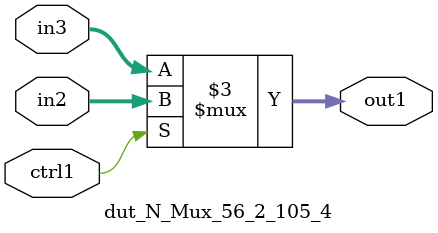
<source format=v>

`timescale 1ps / 1ps


module dut_N_Mux_56_2_105_4( in3, in2, ctrl1, out1 );

    input [55:0] in3;
    input [55:0] in2;
    input ctrl1;
    output [55:0] out1;
    reg [55:0] out1;

    
    // rtl_process:dut_N_Mux_56_2_105_4/dut_N_Mux_56_2_105_4_thread_1
    always @*
      begin : dut_N_Mux_56_2_105_4_thread_1
        case (ctrl1) 
          1'b1: 
            begin
              out1 = in2;
            end
          default: 
            begin
              out1 = in3;
            end
        endcase
      end

endmodule



</source>
